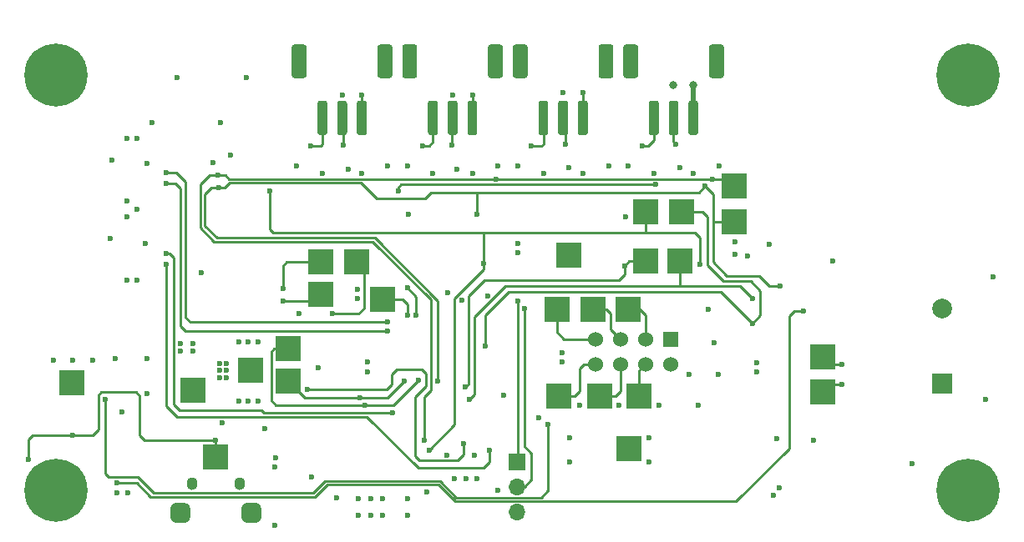
<source format=gbr>
%TF.GenerationSoftware,KiCad,Pcbnew,5.1.9-73d0e3b20d~88~ubuntu20.04.1*%
%TF.CreationDate,2021-03-25T20:20:19-05:00*%
%TF.ProjectId,DroneController,44726f6e-6543-46f6-9e74-726f6c6c6572,rev?*%
%TF.SameCoordinates,Original*%
%TF.FileFunction,Copper,L4,Bot*%
%TF.FilePolarity,Positive*%
%FSLAX46Y46*%
G04 Gerber Fmt 4.6, Leading zero omitted, Abs format (unit mm)*
G04 Created by KiCad (PCBNEW 5.1.9-73d0e3b20d~88~ubuntu20.04.1) date 2021-03-25 20:20:19*
%MOMM*%
%LPD*%
G01*
G04 APERTURE LIST*
%TA.AperFunction,SMDPad,CuDef*%
%ADD10R,2.500000X2.500000*%
%TD*%
%TA.AperFunction,ComponentPad*%
%ADD11O,1.700000X1.700000*%
%TD*%
%TA.AperFunction,ComponentPad*%
%ADD12R,1.700000X1.700000*%
%TD*%
%TA.AperFunction,ComponentPad*%
%ADD13O,1.100000X1.300000*%
%TD*%
%TA.AperFunction,ComponentPad*%
%ADD14C,1.524000*%
%TD*%
%TA.AperFunction,ComponentPad*%
%ADD15R,1.524000X1.524000*%
%TD*%
%TA.AperFunction,ComponentPad*%
%ADD16C,0.800000*%
%TD*%
%TA.AperFunction,ComponentPad*%
%ADD17C,6.400000*%
%TD*%
%TA.AperFunction,ComponentPad*%
%ADD18C,2.000000*%
%TD*%
%TA.AperFunction,ComponentPad*%
%ADD19R,2.000000X2.000000*%
%TD*%
%TA.AperFunction,ViaPad*%
%ADD20C,0.600000*%
%TD*%
%TA.AperFunction,ViaPad*%
%ADD21C,0.800000*%
%TD*%
%TA.AperFunction,Conductor*%
%ADD22C,0.500000*%
%TD*%
%TA.AperFunction,Conductor*%
%ADD23C,0.250000*%
%TD*%
G04 APERTURE END LIST*
D10*
%TO.P,TP26,1*%
%TO.N,+3V3*%
X133500000Y-113800000D03*
%TD*%
%TO.P,TP25,1*%
%TO.N,/Power Supply/vBatt*%
X127700000Y-115800000D03*
%TD*%
%TO.P,TP24,1*%
%TO.N,/Power Supply/vBatt*%
X115400000Y-115000000D03*
%TD*%
%TO.P,TP23,1*%
%TO.N,+5V*%
X130000000Y-122600000D03*
%TD*%
%TO.P,TP22,1*%
%TO.N,GND*%
X171900000Y-121700000D03*
%TD*%
%TO.P,TP21,1*%
%TO.N,/Human Machine Interface/KEY_nCS*%
X173600000Y-97700000D03*
%TD*%
%TO.P,TP20,1*%
%TO.N,/Human Machine Interface/KEY_nSAMPLE*%
X182500000Y-95100000D03*
%TD*%
%TO.P,TP19,1*%
%TO.N,/Processor/KeyOut_nCS*%
X177000000Y-102700000D03*
%TD*%
%TO.P,TP18,1*%
%TO.N,GND*%
X165800000Y-102100000D03*
%TD*%
%TO.P,TP17,1*%
%TO.N,/Human Machine Interface/KEY_MISO*%
X173600000Y-102700000D03*
%TD*%
%TO.P,TP16,1*%
%TO.N,/Processor/KEY_MOSI*%
X177200000Y-97700000D03*
%TD*%
%TO.P,TP15,1*%
%TO.N,/Human Machine Interface/KEY_SCK*%
X182500000Y-98700000D03*
%TD*%
%TO.P,TP14,1*%
%TO.N,/Processor/RF24_nIRQ*%
X164800000Y-116400000D03*
%TD*%
%TO.P,TP13,1*%
%TO.N,/Processor/RF24_CE*%
X171800000Y-107600000D03*
%TD*%
%TO.P,TP12,1*%
%TO.N,/Processor/RF24_nCS*%
X172900000Y-116400000D03*
%TD*%
%TO.P,TP11,1*%
%TO.N,/Wireless/BT_TX*%
X191500000Y-116000000D03*
%TD*%
%TO.P,TP10,1*%
%TO.N,/Processor/RF24_MISO*%
X164600000Y-107600000D03*
%TD*%
%TO.P,TP9,1*%
%TO.N,/Wireless/BT_RX*%
X191500000Y-112400000D03*
%TD*%
%TO.P,TP8,1*%
%TO.N,/Processor/RF24_MOSI*%
X168900000Y-116400000D03*
%TD*%
%TO.P,TP7,1*%
%TO.N,/Processor/RF24_SCK*%
X168200000Y-107600000D03*
%TD*%
%TO.P,TP6,1*%
%TO.N,/Processor/NOR_nCS*%
X140600000Y-102800000D03*
%TD*%
%TO.P,TP5,1*%
%TO.N,/Processor/EEPROM_SCL*%
X137300000Y-114900000D03*
%TD*%
%TO.P,TP4,1*%
%TO.N,/Processor/NOR_MISO*%
X140600000Y-106100000D03*
%TD*%
%TO.P,TP3,1*%
%TO.N,/Processor/EEPROM_SDA*%
X137300000Y-111600000D03*
%TD*%
%TO.P,TP2,1*%
%TO.N,/Processor/NOR_MOSI*%
X146900000Y-106600000D03*
%TD*%
%TO.P,TP1,1*%
%TO.N,/Processor/NOR_SCK*%
X144300000Y-102800000D03*
%TD*%
D11*
%TO.P,J1,3*%
%TO.N,GND*%
X160500000Y-128180000D03*
%TO.P,J1,2*%
%TO.N,/Processor/DBG_UART_RX*%
X160500000Y-125640000D03*
D12*
%TO.P,J1,1*%
%TO.N,/Processor/DBG_UART_TX*%
X160500000Y-123100000D03*
%TD*%
D13*
%TO.P,J2,5*%
%TO.N,GND*%
X132400000Y-125250000D03*
X127600000Y-125250000D03*
%TA.AperFunction,ComponentPad*%
G36*
G01*
X132600000Y-128750000D02*
X132600000Y-127750000D01*
G75*
G02*
X133100000Y-127250000I500000J0D01*
G01*
X134100000Y-127250000D01*
G75*
G02*
X134600000Y-127750000I0J-500000D01*
G01*
X134600000Y-128750000D01*
G75*
G02*
X134100000Y-129250000I-500000J0D01*
G01*
X133100000Y-129250000D01*
G75*
G02*
X132600000Y-128750000I0J500000D01*
G01*
G37*
%TD.AperFunction*%
%TA.AperFunction,ComponentPad*%
G36*
G01*
X125400000Y-128750000D02*
X125400000Y-127750000D01*
G75*
G02*
X125900000Y-127250000I500000J0D01*
G01*
X126900000Y-127250000D01*
G75*
G02*
X127400000Y-127750000I0J-500000D01*
G01*
X127400000Y-128750000D01*
G75*
G02*
X126900000Y-129250000I-500000J0D01*
G01*
X125900000Y-129250000D01*
G75*
G02*
X125400000Y-128750000I0J500000D01*
G01*
G37*
%TD.AperFunction*%
%TD*%
D14*
%TO.P,U6,8*%
%TO.N,/Processor/RF24_nIRQ*%
X168480000Y-113140000D03*
%TO.P,U6,7*%
%TO.N,/Processor/RF24_MISO*%
X168480000Y-110600000D03*
%TO.P,U6,6*%
%TO.N,/Processor/RF24_MOSI*%
X171020000Y-113140000D03*
%TO.P,U6,5*%
%TO.N,/Processor/RF24_SCK*%
X171020000Y-110600000D03*
%TO.P,U6,4*%
%TO.N,/Processor/RF24_nCS*%
X173560000Y-113140000D03*
%TO.P,U6,3*%
%TO.N,/Processor/RF24_CE*%
X173560000Y-110600000D03*
%TO.P,U6,2*%
%TO.N,Net-(C34-Pad1)*%
X176100000Y-113140000D03*
D15*
%TO.P,U6,1*%
%TO.N,GND*%
X176100000Y-110600000D03*
%TD*%
D16*
%TO.P,H4,1*%
%TO.N,GND*%
X207945056Y-124286944D03*
X206248000Y-123584000D03*
X204550944Y-124286944D03*
X203848000Y-125984000D03*
X204550944Y-127681056D03*
X206248000Y-128384000D03*
X207945056Y-127681056D03*
X208648000Y-125984000D03*
D17*
X206248000Y-125984000D03*
%TD*%
D16*
%TO.P,H3,1*%
%TO.N,GND*%
X207945056Y-82122944D03*
X206248000Y-81420000D03*
X204550944Y-82122944D03*
X203848000Y-83820000D03*
X204550944Y-85517056D03*
X206248000Y-86220000D03*
X207945056Y-85517056D03*
X208648000Y-83820000D03*
D17*
X206248000Y-83820000D03*
%TD*%
D16*
%TO.P,H2,1*%
%TO.N,GND*%
X115489056Y-124286944D03*
X113792000Y-123584000D03*
X112094944Y-124286944D03*
X111392000Y-125984000D03*
X112094944Y-127681056D03*
X113792000Y-128384000D03*
X115489056Y-127681056D03*
X116192000Y-125984000D03*
D17*
X113792000Y-125984000D03*
%TD*%
D16*
%TO.P,H1,1*%
%TO.N,GND*%
X115489056Y-82122944D03*
X113792000Y-81420000D03*
X112094944Y-82122944D03*
X111392000Y-83820000D03*
X112094944Y-85517056D03*
X113792000Y-86220000D03*
X115489056Y-85517056D03*
X116192000Y-83820000D03*
D17*
X113792000Y-83820000D03*
%TD*%
%TO.P,J14,MP*%
%TO.N,N/C*%
%TA.AperFunction,SMDPad,CuDef*%
G36*
G01*
X146400000Y-83850000D02*
X146400000Y-80950000D01*
G75*
G02*
X146650000Y-80700000I250000J0D01*
G01*
X147650000Y-80700000D01*
G75*
G02*
X147900000Y-80950000I0J-250000D01*
G01*
X147900000Y-83850000D01*
G75*
G02*
X147650000Y-84100000I-250000J0D01*
G01*
X146650000Y-84100000D01*
G75*
G02*
X146400000Y-83850000I0J250000D01*
G01*
G37*
%TD.AperFunction*%
%TA.AperFunction,SMDPad,CuDef*%
G36*
G01*
X137700000Y-83850000D02*
X137700000Y-80950000D01*
G75*
G02*
X137950000Y-80700000I250000J0D01*
G01*
X138950000Y-80700000D01*
G75*
G02*
X139200000Y-80950000I0J-250000D01*
G01*
X139200000Y-83850000D01*
G75*
G02*
X138950000Y-84100000I-250000J0D01*
G01*
X137950000Y-84100000D01*
G75*
G02*
X137700000Y-83850000I0J250000D01*
G01*
G37*
%TD.AperFunction*%
%TO.P,J14,3*%
%TO.N,GND*%
%TA.AperFunction,SMDPad,CuDef*%
G36*
G01*
X144300000Y-89650000D02*
X144300000Y-86650000D01*
G75*
G02*
X144550000Y-86400000I250000J0D01*
G01*
X145050000Y-86400000D01*
G75*
G02*
X145300000Y-86650000I0J-250000D01*
G01*
X145300000Y-89650000D01*
G75*
G02*
X145050000Y-89900000I-250000J0D01*
G01*
X144550000Y-89900000D01*
G75*
G02*
X144300000Y-89650000I0J250000D01*
G01*
G37*
%TD.AperFunction*%
%TO.P,J14,2*%
%TO.N,Net-(C20-Pad1)*%
%TA.AperFunction,SMDPad,CuDef*%
G36*
G01*
X142300000Y-89650000D02*
X142300000Y-86650000D01*
G75*
G02*
X142550000Y-86400000I250000J0D01*
G01*
X143050000Y-86400000D01*
G75*
G02*
X143300000Y-86650000I0J-250000D01*
G01*
X143300000Y-89650000D01*
G75*
G02*
X143050000Y-89900000I-250000J0D01*
G01*
X142550000Y-89900000D01*
G75*
G02*
X142300000Y-89650000I0J250000D01*
G01*
G37*
%TD.AperFunction*%
%TO.P,J14,1*%
%TO.N,Net-(J14-Pad1)*%
%TA.AperFunction,SMDPad,CuDef*%
G36*
G01*
X140300000Y-89650000D02*
X140300000Y-86650000D01*
G75*
G02*
X140550000Y-86400000I250000J0D01*
G01*
X141050000Y-86400000D01*
G75*
G02*
X141300000Y-86650000I0J-250000D01*
G01*
X141300000Y-89650000D01*
G75*
G02*
X141050000Y-89900000I-250000J0D01*
G01*
X140550000Y-89900000D01*
G75*
G02*
X140300000Y-89650000I0J250000D01*
G01*
G37*
%TD.AperFunction*%
%TD*%
%TO.P,J12,MP*%
%TO.N,N/C*%
%TA.AperFunction,SMDPad,CuDef*%
G36*
G01*
X157600000Y-83850000D02*
X157600000Y-80950000D01*
G75*
G02*
X157850000Y-80700000I250000J0D01*
G01*
X158850000Y-80700000D01*
G75*
G02*
X159100000Y-80950000I0J-250000D01*
G01*
X159100000Y-83850000D01*
G75*
G02*
X158850000Y-84100000I-250000J0D01*
G01*
X157850000Y-84100000D01*
G75*
G02*
X157600000Y-83850000I0J250000D01*
G01*
G37*
%TD.AperFunction*%
%TA.AperFunction,SMDPad,CuDef*%
G36*
G01*
X148900000Y-83850000D02*
X148900000Y-80950000D01*
G75*
G02*
X149150000Y-80700000I250000J0D01*
G01*
X150150000Y-80700000D01*
G75*
G02*
X150400000Y-80950000I0J-250000D01*
G01*
X150400000Y-83850000D01*
G75*
G02*
X150150000Y-84100000I-250000J0D01*
G01*
X149150000Y-84100000D01*
G75*
G02*
X148900000Y-83850000I0J250000D01*
G01*
G37*
%TD.AperFunction*%
%TO.P,J12,3*%
%TO.N,GND*%
%TA.AperFunction,SMDPad,CuDef*%
G36*
G01*
X155500000Y-89650000D02*
X155500000Y-86650000D01*
G75*
G02*
X155750000Y-86400000I250000J0D01*
G01*
X156250000Y-86400000D01*
G75*
G02*
X156500000Y-86650000I0J-250000D01*
G01*
X156500000Y-89650000D01*
G75*
G02*
X156250000Y-89900000I-250000J0D01*
G01*
X155750000Y-89900000D01*
G75*
G02*
X155500000Y-89650000I0J250000D01*
G01*
G37*
%TD.AperFunction*%
%TO.P,J12,2*%
%TO.N,Net-(C17-Pad1)*%
%TA.AperFunction,SMDPad,CuDef*%
G36*
G01*
X153500000Y-89650000D02*
X153500000Y-86650000D01*
G75*
G02*
X153750000Y-86400000I250000J0D01*
G01*
X154250000Y-86400000D01*
G75*
G02*
X154500000Y-86650000I0J-250000D01*
G01*
X154500000Y-89650000D01*
G75*
G02*
X154250000Y-89900000I-250000J0D01*
G01*
X153750000Y-89900000D01*
G75*
G02*
X153500000Y-89650000I0J250000D01*
G01*
G37*
%TD.AperFunction*%
%TO.P,J12,1*%
%TO.N,Net-(J12-Pad1)*%
%TA.AperFunction,SMDPad,CuDef*%
G36*
G01*
X151500000Y-89650000D02*
X151500000Y-86650000D01*
G75*
G02*
X151750000Y-86400000I250000J0D01*
G01*
X152250000Y-86400000D01*
G75*
G02*
X152500000Y-86650000I0J-250000D01*
G01*
X152500000Y-89650000D01*
G75*
G02*
X152250000Y-89900000I-250000J0D01*
G01*
X151750000Y-89900000D01*
G75*
G02*
X151500000Y-89650000I0J250000D01*
G01*
G37*
%TD.AperFunction*%
%TD*%
%TO.P,J10,MP*%
%TO.N,N/C*%
%TA.AperFunction,SMDPad,CuDef*%
G36*
G01*
X168800000Y-83850000D02*
X168800000Y-80950000D01*
G75*
G02*
X169050000Y-80700000I250000J0D01*
G01*
X170050000Y-80700000D01*
G75*
G02*
X170300000Y-80950000I0J-250000D01*
G01*
X170300000Y-83850000D01*
G75*
G02*
X170050000Y-84100000I-250000J0D01*
G01*
X169050000Y-84100000D01*
G75*
G02*
X168800000Y-83850000I0J250000D01*
G01*
G37*
%TD.AperFunction*%
%TA.AperFunction,SMDPad,CuDef*%
G36*
G01*
X160100000Y-83850000D02*
X160100000Y-80950000D01*
G75*
G02*
X160350000Y-80700000I250000J0D01*
G01*
X161350000Y-80700000D01*
G75*
G02*
X161600000Y-80950000I0J-250000D01*
G01*
X161600000Y-83850000D01*
G75*
G02*
X161350000Y-84100000I-250000J0D01*
G01*
X160350000Y-84100000D01*
G75*
G02*
X160100000Y-83850000I0J250000D01*
G01*
G37*
%TD.AperFunction*%
%TO.P,J10,3*%
%TO.N,GND*%
%TA.AperFunction,SMDPad,CuDef*%
G36*
G01*
X166700000Y-89650000D02*
X166700000Y-86650000D01*
G75*
G02*
X166950000Y-86400000I250000J0D01*
G01*
X167450000Y-86400000D01*
G75*
G02*
X167700000Y-86650000I0J-250000D01*
G01*
X167700000Y-89650000D01*
G75*
G02*
X167450000Y-89900000I-250000J0D01*
G01*
X166950000Y-89900000D01*
G75*
G02*
X166700000Y-89650000I0J250000D01*
G01*
G37*
%TD.AperFunction*%
%TO.P,J10,2*%
%TO.N,Net-(C14-Pad1)*%
%TA.AperFunction,SMDPad,CuDef*%
G36*
G01*
X164700000Y-89650000D02*
X164700000Y-86650000D01*
G75*
G02*
X164950000Y-86400000I250000J0D01*
G01*
X165450000Y-86400000D01*
G75*
G02*
X165700000Y-86650000I0J-250000D01*
G01*
X165700000Y-89650000D01*
G75*
G02*
X165450000Y-89900000I-250000J0D01*
G01*
X164950000Y-89900000D01*
G75*
G02*
X164700000Y-89650000I0J250000D01*
G01*
G37*
%TD.AperFunction*%
%TO.P,J10,1*%
%TO.N,Net-(J10-Pad1)*%
%TA.AperFunction,SMDPad,CuDef*%
G36*
G01*
X162700000Y-89650000D02*
X162700000Y-86650000D01*
G75*
G02*
X162950000Y-86400000I250000J0D01*
G01*
X163450000Y-86400000D01*
G75*
G02*
X163700000Y-86650000I0J-250000D01*
G01*
X163700000Y-89650000D01*
G75*
G02*
X163450000Y-89900000I-250000J0D01*
G01*
X162950000Y-89900000D01*
G75*
G02*
X162700000Y-89650000I0J250000D01*
G01*
G37*
%TD.AperFunction*%
%TD*%
%TO.P,J8,MP*%
%TO.N,N/C*%
%TA.AperFunction,SMDPad,CuDef*%
G36*
G01*
X180000000Y-83850000D02*
X180000000Y-80950000D01*
G75*
G02*
X180250000Y-80700000I250000J0D01*
G01*
X181250000Y-80700000D01*
G75*
G02*
X181500000Y-80950000I0J-250000D01*
G01*
X181500000Y-83850000D01*
G75*
G02*
X181250000Y-84100000I-250000J0D01*
G01*
X180250000Y-84100000D01*
G75*
G02*
X180000000Y-83850000I0J250000D01*
G01*
G37*
%TD.AperFunction*%
%TA.AperFunction,SMDPad,CuDef*%
G36*
G01*
X171300000Y-83850000D02*
X171300000Y-80950000D01*
G75*
G02*
X171550000Y-80700000I250000J0D01*
G01*
X172550000Y-80700000D01*
G75*
G02*
X172800000Y-80950000I0J-250000D01*
G01*
X172800000Y-83850000D01*
G75*
G02*
X172550000Y-84100000I-250000J0D01*
G01*
X171550000Y-84100000D01*
G75*
G02*
X171300000Y-83850000I0J250000D01*
G01*
G37*
%TD.AperFunction*%
%TO.P,J8,3*%
%TO.N,GND*%
%TA.AperFunction,SMDPad,CuDef*%
G36*
G01*
X177900000Y-89650000D02*
X177900000Y-86650000D01*
G75*
G02*
X178150000Y-86400000I250000J0D01*
G01*
X178650000Y-86400000D01*
G75*
G02*
X178900000Y-86650000I0J-250000D01*
G01*
X178900000Y-89650000D01*
G75*
G02*
X178650000Y-89900000I-250000J0D01*
G01*
X178150000Y-89900000D01*
G75*
G02*
X177900000Y-89650000I0J250000D01*
G01*
G37*
%TD.AperFunction*%
%TO.P,J8,2*%
%TO.N,Net-(C11-Pad1)*%
%TA.AperFunction,SMDPad,CuDef*%
G36*
G01*
X175900000Y-89650000D02*
X175900000Y-86650000D01*
G75*
G02*
X176150000Y-86400000I250000J0D01*
G01*
X176650000Y-86400000D01*
G75*
G02*
X176900000Y-86650000I0J-250000D01*
G01*
X176900000Y-89650000D01*
G75*
G02*
X176650000Y-89900000I-250000J0D01*
G01*
X176150000Y-89900000D01*
G75*
G02*
X175900000Y-89650000I0J250000D01*
G01*
G37*
%TD.AperFunction*%
%TO.P,J8,1*%
%TO.N,Net-(J8-Pad1)*%
%TA.AperFunction,SMDPad,CuDef*%
G36*
G01*
X173900000Y-89650000D02*
X173900000Y-86650000D01*
G75*
G02*
X174150000Y-86400000I250000J0D01*
G01*
X174650000Y-86400000D01*
G75*
G02*
X174900000Y-86650000I0J-250000D01*
G01*
X174900000Y-89650000D01*
G75*
G02*
X174650000Y-89900000I-250000J0D01*
G01*
X174150000Y-89900000D01*
G75*
G02*
X173900000Y-89650000I0J250000D01*
G01*
G37*
%TD.AperFunction*%
%TD*%
D18*
%TO.P,BZ1,2*%
%TO.N,Net-(BZ1-Pad2)*%
X203600000Y-107500000D03*
D19*
%TO.P,BZ1,1*%
%TO.N,+3V3*%
X203600000Y-115100000D03*
%TD*%
D20*
%TO.N,+3V3*%
X133400000Y-113800000D03*
X173900000Y-120600000D03*
X173900000Y-123100000D03*
X165900000Y-123100000D03*
X165900000Y-120600000D03*
X144400000Y-126800000D03*
X144400000Y-128500000D03*
X132300000Y-116900000D03*
X133300000Y-116900000D03*
X134300000Y-116900000D03*
X133300000Y-110900000D03*
X132300000Y-110900000D03*
X134300000Y-110900000D03*
X171800000Y-93000000D03*
X181000000Y-93000000D03*
X169800000Y-93000000D03*
X160600000Y-93000000D03*
X158600000Y-93000000D03*
X149400000Y-93000000D03*
X147400000Y-93000000D03*
X138200000Y-93000000D03*
X121000000Y-96600000D03*
X122000000Y-104600000D03*
X156200000Y-122400000D03*
X153400000Y-122400000D03*
X155400000Y-124800000D03*
X135990000Y-123610000D03*
X145400000Y-113900000D03*
X130600000Y-119100000D03*
X186550000Y-126450000D03*
X122000000Y-90200000D03*
X119300000Y-100400000D03*
X121000000Y-98200000D03*
X119500000Y-92400000D03*
X130400000Y-113800000D03*
X130400000Y-113100000D03*
X130400000Y-114500000D03*
X131100000Y-113100000D03*
X131100000Y-113800000D03*
X131100000Y-114500000D03*
X144380000Y-105520000D03*
X179900000Y-107600000D03*
X154900000Y-106680000D03*
X184820000Y-113020000D03*
X130490000Y-88590000D03*
X123500000Y-88600004D03*
X131480000Y-91920000D03*
X160600000Y-101800000D03*
X162700000Y-118600000D03*
X183914167Y-102185831D03*
X182599994Y-102000000D03*
X165100002Y-112000000D03*
%TO.N,GND*%
X165700000Y-102100000D03*
X164900000Y-101200000D03*
X164900000Y-103000000D03*
X166700000Y-103000000D03*
X166700000Y-101200000D03*
X171900000Y-122600000D03*
X149400000Y-126800000D03*
X149400000Y-128500000D03*
X146900000Y-128500000D03*
X146900000Y-126800000D03*
X145700000Y-128500000D03*
X145700000Y-126800000D03*
X126450000Y-111850000D03*
X126450000Y-111100000D03*
X127700000Y-111100000D03*
X127700000Y-111850000D03*
X113500000Y-112750000D03*
X115500000Y-112750000D03*
X117500000Y-112750000D03*
X120480000Y-117980000D03*
X123000000Y-112600000D03*
X123000000Y-116100000D03*
X177000000Y-93200000D03*
X178400000Y-93800000D03*
X174400000Y-93800000D03*
D21*
X176400000Y-84800000D03*
X178400000Y-84800000D03*
D20*
X165800000Y-93200000D03*
X167200000Y-93800000D03*
X163200000Y-93800000D03*
X167200000Y-85600000D03*
X165200000Y-85600000D03*
X154000000Y-85800000D03*
X142800000Y-85800000D03*
X156000000Y-85800000D03*
X144800000Y-85800000D03*
X152000000Y-93800000D03*
X154400000Y-93400000D03*
X156000000Y-93800000D03*
X143400000Y-93400000D03*
X144800000Y-93800000D03*
X140800000Y-93800000D03*
X121000000Y-104600000D03*
X208000000Y-116700000D03*
X156500000Y-124800000D03*
X154200000Y-124800000D03*
X139665004Y-124565004D03*
X142200000Y-126700000D03*
X135990000Y-129490000D03*
X151400000Y-126100000D03*
X158600000Y-126000000D03*
X145400000Y-112900000D03*
X136020000Y-122620000D03*
X135000000Y-119700000D03*
X159200000Y-116300000D03*
X166900000Y-117300000D03*
X170900000Y-117300000D03*
X174900000Y-117300000D03*
X178900000Y-117300000D03*
X186900000Y-120700000D03*
X190550000Y-120850000D03*
X187100000Y-125700000D03*
X200550000Y-123250000D03*
X121000000Y-90200000D03*
X122000000Y-97400000D03*
X122880000Y-100920000D03*
X123000000Y-92800000D03*
X144380000Y-106480000D03*
X138400000Y-108000000D03*
X153500000Y-105900000D03*
X180900000Y-114200000D03*
X178000000Y-114200000D03*
X157584990Y-106200000D03*
X184820000Y-113980000D03*
X119795408Y-112595408D03*
X140375000Y-113525000D03*
X133075000Y-84025000D03*
X126075000Y-84024996D03*
X128500000Y-103900000D03*
X129700000Y-92700000D03*
X208787500Y-104287500D03*
X160580000Y-100920000D03*
X149555000Y-97955000D03*
X171500000Y-98199994D03*
X192545000Y-102655000D03*
X186110000Y-100990000D03*
X180500000Y-111000000D03*
X171900000Y-120800000D03*
X171900000Y-121700000D03*
X182640914Y-100769989D03*
X165100000Y-112900000D03*
%TO.N,Net-(C11-Pad1)*%
X176600000Y-90800000D03*
%TO.N,Net-(C14-Pad1)*%
X165400000Y-90800000D03*
%TO.N,Net-(C17-Pad1)*%
X153910000Y-90890000D03*
%TO.N,Net-(C20-Pad1)*%
X142890000Y-90910000D03*
%TO.N,/Human Machine Interface/nRESET*%
X155100000Y-121200000D03*
X139300000Y-115700000D03*
%TO.N,+5V*%
X130000000Y-120900000D03*
%TO.N,/Power Supply/vBatt*%
X114700000Y-114700000D03*
X115525000Y-114725000D03*
X116300000Y-114700000D03*
%TO.N,/Processor/VSense_Batt*%
X118760000Y-116760000D03*
%TO.N,/Processor/DBG_UART_RX*%
X161300000Y-107500000D03*
%TO.N,/Processor/DBG_UART_TX*%
X160600000Y-106700000D03*
%TO.N,Net-(J8-Pad1)*%
X173200000Y-91000000D03*
%TO.N,Net-(J10-Pad1)*%
X162000000Y-91000000D03*
%TO.N,Net-(J12-Pad1)*%
X151000000Y-91000000D03*
%TO.N,Net-(J14-Pad1)*%
X139600000Y-91000000D03*
%TO.N,/Human Machine Interface/ENC1_A*%
X147400000Y-108900000D03*
X125000000Y-93700000D03*
%TO.N,/Human Machine Interface/ENC1_B*%
X147400000Y-109800000D03*
X125000000Y-94800000D03*
%TO.N,/Human Machine Interface/ENC0_A*%
X125000000Y-101900000D03*
X147900000Y-118100000D03*
%TO.N,/Human Machine Interface/ENC0_B*%
X125000000Y-103000000D03*
X157700000Y-121899998D03*
%TO.N,/Processor/EEPROM_SDA*%
X145100000Y-117300000D03*
X150500000Y-114800000D03*
%TO.N,/Processor/EEPROM_SCL*%
X149100000Y-114900000D03*
X144600000Y-116600000D03*
%TO.N,GND*%
X119990000Y-126210000D03*
X121110000Y-126210000D03*
%TO.N,/Human Machine Interface/KEY_nCS*%
X151600000Y-121900000D03*
X135500000Y-95600000D03*
X157175003Y-102925003D03*
X179075000Y-103025000D03*
%TO.N,Net-(U1-Pad10)*%
X148500000Y-95600000D03*
X174600000Y-94900000D03*
%TO.N,/Human Machine Interface/KEY_MISO*%
X155300000Y-115500000D03*
X171455004Y-103155004D03*
%TO.N,/Human Machine Interface/KEY_SCK*%
X152500000Y-114900000D03*
X130275000Y-95225000D03*
X179600000Y-95100000D03*
X156500000Y-97900000D03*
X187195000Y-105195000D03*
%TO.N,/Human Machine Interface/KEY_nSAMPLE*%
X151100000Y-120900000D03*
X130255000Y-93955000D03*
X180345000Y-94345000D03*
X158445000Y-94344996D03*
%TO.N,/Processor/NOR_SCK*%
X141775000Y-108034998D03*
%TO.N,/Processor/NOR_MOSI*%
X149400000Y-108200000D03*
%TO.N,/Processor/NOR_MISO*%
X136825000Y-106765000D03*
%TO.N,/Processor/NOR_nCS*%
X136825000Y-105495000D03*
%TO.N,/Processor/KEY_MOSI*%
X184400000Y-109000000D03*
X157300000Y-111300000D03*
%TO.N,/Processor/KeyOut_nCS*%
X155700000Y-116700000D03*
X184400000Y-106500000D03*
%TO.N,/Wireless/BT_TX*%
X193500000Y-115200000D03*
%TO.N,/Wireless/BT_RX*%
X193487500Y-113200000D03*
%TO.N,/Power Supply/vBatt*%
X127800000Y-115700000D03*
X127800000Y-116600000D03*
%TO.N,+5V*%
X110990000Y-122790000D03*
X115500000Y-120400000D03*
%TO.N,/Power Supply/vBatt*%
X127050000Y-116150000D03*
%TO.N,/Power Supply/CHG_nEN*%
X189535000Y-107735000D03*
X120000000Y-125200000D03*
%TO.N,Net-(R92-Pad2)*%
X149400000Y-105400000D03*
X150300000Y-108200000D03*
%TO.N,/Processor/VSense_Batt*%
X163700000Y-119300000D03*
%TD*%
D22*
%TO.N,GND*%
X178400000Y-88150000D02*
X178400000Y-84800000D01*
X178400000Y-84800000D02*
X178400000Y-84800000D01*
D23*
X167200000Y-88150000D02*
X167200000Y-85600000D01*
X156000000Y-88150000D02*
X156000000Y-85800000D01*
X144800000Y-88150000D02*
X144800000Y-85800000D01*
%TO.N,Net-(C11-Pad1)*%
X176400000Y-90600000D02*
X176400000Y-88150000D01*
X176600000Y-90800000D02*
X176400000Y-90600000D01*
%TO.N,Net-(C14-Pad1)*%
X165400000Y-88350000D02*
X165200000Y-88150000D01*
X165400000Y-90800000D02*
X165400000Y-88350000D01*
%TO.N,Net-(C17-Pad1)*%
X153910000Y-88240000D02*
X154000000Y-88150000D01*
X153910000Y-90890000D02*
X153910000Y-88240000D01*
%TO.N,Net-(C20-Pad1)*%
X142890000Y-88240000D02*
X142800000Y-88150000D01*
X142890000Y-90910000D02*
X142890000Y-88240000D01*
%TO.N,/Human Machine Interface/nRESET*%
X155100000Y-121200000D02*
X155100000Y-122300000D01*
X154484999Y-122915001D02*
X150615001Y-122915001D01*
X155100000Y-122300000D02*
X154484999Y-122915001D01*
X150615001Y-122915001D02*
X150200000Y-122500000D01*
X150200000Y-122500000D02*
X150200000Y-116500000D01*
X150200000Y-116500000D02*
X151300000Y-115400000D01*
X151300000Y-115400000D02*
X151300000Y-114100000D01*
X151300000Y-114100000D02*
X150900000Y-113700000D01*
X150900000Y-113700000D02*
X148300000Y-113700000D01*
X148300000Y-113700000D02*
X147800000Y-114200000D01*
X147800000Y-114200000D02*
X147800000Y-115200000D01*
X147800000Y-115200000D02*
X147300000Y-115700000D01*
X147300000Y-115700000D02*
X139300000Y-115700000D01*
%TO.N,+5V*%
X130000000Y-122600000D02*
X130000000Y-120900000D01*
%TO.N,/Processor/DBG_UART_RX*%
X162000000Y-124900000D02*
X161260000Y-125640000D01*
X161260000Y-125640000D02*
X160500000Y-125640000D01*
X162000000Y-122200000D02*
X162000000Y-124900000D01*
X161300000Y-121500000D02*
X162000000Y-122200000D01*
X161300000Y-107500000D02*
X161300000Y-121500000D01*
%TO.N,/Processor/DBG_UART_TX*%
X160615001Y-106715001D02*
X160600000Y-106700000D01*
X160615001Y-122984999D02*
X160615001Y-106715001D01*
X160500000Y-123100000D02*
X160615001Y-122984999D01*
%TO.N,Net-(J8-Pad1)*%
X174400000Y-88150000D02*
X174400000Y-90400000D01*
X174400000Y-90400000D02*
X173800000Y-91000000D01*
X173800000Y-91000000D02*
X173200000Y-91000000D01*
%TO.N,Net-(J10-Pad1)*%
X163200000Y-88150000D02*
X163200000Y-90800000D01*
X163200000Y-90800000D02*
X163000000Y-91000000D01*
X163000000Y-91000000D02*
X162000000Y-91000000D01*
%TO.N,Net-(J12-Pad1)*%
X151600000Y-91000000D02*
X151000000Y-91000000D01*
X152000000Y-90600000D02*
X151600000Y-91000000D01*
X152000000Y-88150000D02*
X152000000Y-90600000D01*
%TO.N,Net-(J14-Pad1)*%
X139600000Y-91000000D02*
X140600000Y-91000000D01*
X140800000Y-90800000D02*
X140800000Y-88150000D01*
X140600000Y-91000000D02*
X140800000Y-90800000D01*
%TO.N,/Human Machine Interface/ENC1_A*%
X126000000Y-93700000D02*
X125000000Y-93700000D01*
X126900000Y-94600000D02*
X126000000Y-93700000D01*
X126900000Y-108400000D02*
X126900000Y-94600000D01*
X127400000Y-108900000D02*
X126900000Y-108400000D01*
X147400000Y-108900000D02*
X127400000Y-108900000D01*
%TO.N,/Human Machine Interface/ENC1_B*%
X126400000Y-95300000D02*
X125900000Y-94800000D01*
X125900000Y-94800000D02*
X125000000Y-94800000D01*
X126400000Y-109300000D02*
X126400000Y-95300000D01*
X126900000Y-109800000D02*
X126400000Y-109300000D01*
X147400000Y-109800000D02*
X126900000Y-109800000D01*
%TO.N,/Human Machine Interface/ENC0_A*%
X125300000Y-101900000D02*
X125000000Y-101900000D01*
X126300000Y-117800000D02*
X125700000Y-117200000D01*
X134900000Y-118100000D02*
X134600000Y-117800000D01*
X125700000Y-102300000D02*
X125300000Y-101900000D01*
X125700000Y-117200000D02*
X125700000Y-102300000D01*
X134600000Y-117800000D02*
X126300000Y-117800000D01*
X147900000Y-118100000D02*
X134900000Y-118100000D01*
%TO.N,/Human Machine Interface/ENC0_B*%
X157700000Y-123100000D02*
X157700000Y-121899998D01*
X157100000Y-123700000D02*
X157700000Y-123100000D01*
X150500000Y-123700000D02*
X157100000Y-123700000D01*
X145300000Y-118500000D02*
X150500000Y-123700000D01*
X126100000Y-118500000D02*
X145300000Y-118500000D01*
X125000000Y-117400000D02*
X126100000Y-118500000D01*
X125000000Y-103000000D02*
X125000000Y-117400000D01*
%TO.N,/Processor/EEPROM_SDA*%
X148000000Y-117300000D02*
X150500000Y-114800000D01*
X145100000Y-117300000D02*
X148000000Y-117300000D01*
X137300000Y-111600000D02*
X135900000Y-111600000D01*
X135900000Y-111600000D02*
X135600000Y-111900000D01*
X135600000Y-111900000D02*
X135600000Y-116800000D01*
X136100000Y-117300000D02*
X145100000Y-117300000D01*
X135600000Y-116800000D02*
X136100000Y-117300000D01*
%TO.N,/Processor/EEPROM_SCL*%
X149100000Y-114900000D02*
X147400000Y-116600000D01*
X147400000Y-116600000D02*
X144600000Y-116600000D01*
X139000000Y-116600000D02*
X137300000Y-114900000D01*
X144600000Y-116600000D02*
X139000000Y-116600000D01*
%TO.N,/Processor/RF24_nCS*%
X172900000Y-113800000D02*
X173560000Y-113140000D01*
X172900000Y-116400000D02*
X172900000Y-113800000D01*
%TO.N,/Processor/RF24_nIRQ*%
X164800000Y-116400000D02*
X166400000Y-116400000D01*
X166400000Y-116400000D02*
X166900000Y-115900000D01*
X166900000Y-115900000D02*
X166900000Y-113600000D01*
X166900000Y-113600000D02*
X167300000Y-113200000D01*
X168420000Y-113200000D02*
X168480000Y-113140000D01*
X167300000Y-113200000D02*
X168420000Y-113200000D01*
%TO.N,/Human Machine Interface/KEY_nCS*%
X135800000Y-99800000D02*
X156600000Y-99800000D01*
X135500000Y-99500000D02*
X135800000Y-99800000D01*
X135500000Y-95600000D02*
X135500000Y-99500000D01*
X157175000Y-102925000D02*
X157175003Y-102925003D01*
X157175000Y-99800000D02*
X157175000Y-102925000D01*
X156600000Y-99800000D02*
X157175000Y-99800000D01*
X157175003Y-103524997D02*
X157175003Y-102925003D01*
X154200000Y-106500000D02*
X157175003Y-103524997D01*
X154200000Y-119300000D02*
X154200000Y-106500000D01*
X151600000Y-121900000D02*
X154200000Y-119300000D01*
X179100000Y-103000000D02*
X179075000Y-103025000D01*
X179100000Y-100300000D02*
X179100000Y-103000000D01*
X178600000Y-99800000D02*
X179100000Y-100300000D01*
X173600000Y-99700000D02*
X173700000Y-99800000D01*
X173600000Y-97700000D02*
X173600000Y-99700000D01*
X173700000Y-99800000D02*
X178600000Y-99800000D01*
X156600000Y-99800000D02*
X173700000Y-99800000D01*
%TO.N,Net-(U1-Pad10)*%
X148800000Y-94900000D02*
X174600000Y-94900000D01*
X148500000Y-95200000D02*
X148800000Y-94900000D01*
X148500000Y-95600000D02*
X148500000Y-95200000D01*
%TO.N,/Human Machine Interface/KEY_MISO*%
X171455004Y-104044996D02*
X171455004Y-103155004D01*
X170900000Y-104600000D02*
X171455004Y-104044996D01*
X157200000Y-104600000D02*
X170900000Y-104600000D01*
X155599999Y-106200001D02*
X157200000Y-104600000D01*
X155599999Y-115200001D02*
X155599999Y-106200001D01*
X155300000Y-115500000D02*
X155599999Y-115200001D01*
X171910008Y-102700000D02*
X171455004Y-103155004D01*
X173600000Y-102700000D02*
X171910008Y-102700000D01*
%TO.N,/Human Machine Interface/KEY_SCK*%
X170000000Y-95700000D02*
X179000000Y-95700000D01*
X179000000Y-95700000D02*
X179600000Y-95100000D01*
X156500000Y-97900000D02*
X156500000Y-95700000D01*
X156500000Y-95700000D02*
X170000000Y-95700000D01*
X151800000Y-95700000D02*
X156500000Y-95700000D01*
X146300000Y-96300000D02*
X151200000Y-96300000D01*
X144700000Y-94700000D02*
X146300000Y-96300000D01*
X151200000Y-96300000D02*
X151800000Y-95700000D01*
X131400000Y-94700000D02*
X144700000Y-94700000D01*
X130875000Y-95225000D02*
X131400000Y-94700000D01*
X130275000Y-95225000D02*
X130875000Y-95225000D01*
X129575000Y-95225000D02*
X130275000Y-95225000D01*
X128900000Y-95900000D02*
X129575000Y-95225000D01*
X128900000Y-99100000D02*
X128900000Y-95900000D01*
X130100000Y-100300000D02*
X128900000Y-99100000D01*
X146100000Y-100300000D02*
X130100000Y-100300000D01*
X152500000Y-106700000D02*
X146100000Y-100300000D01*
X152500000Y-114900000D02*
X152500000Y-106700000D01*
X186057202Y-105195000D02*
X187195000Y-105195000D01*
X185062202Y-104200000D02*
X186057202Y-105195000D01*
X181800000Y-104200000D02*
X185062202Y-104200000D01*
X180400000Y-102800000D02*
X181800000Y-104200000D01*
X179600000Y-95100000D02*
X180400000Y-95900000D01*
X182500000Y-98700000D02*
X180400000Y-98700000D01*
X180400000Y-98700000D02*
X180400000Y-102800000D01*
X180400000Y-95900000D02*
X180400000Y-98700000D01*
%TO.N,/Human Machine Interface/KEY_nSAMPLE*%
X180345000Y-94345000D02*
X158445004Y-94345000D01*
X158445004Y-94345000D02*
X158445000Y-94344996D01*
X158445000Y-94344996D02*
X131344996Y-94344996D01*
X130955000Y-93955000D02*
X130255000Y-93955000D01*
X131344996Y-94344996D02*
X130955000Y-93955000D01*
X129345000Y-93955000D02*
X130255000Y-93955000D01*
X128400000Y-94900000D02*
X129345000Y-93955000D01*
X128400000Y-99300000D02*
X128400000Y-94900000D01*
X129800000Y-100700000D02*
X128400000Y-99300000D01*
X145900000Y-100700000D02*
X129800000Y-100700000D01*
X151800000Y-106600000D02*
X145900000Y-100700000D01*
X151800000Y-115800000D02*
X151800000Y-106600000D01*
X151100000Y-116500000D02*
X151800000Y-115800000D01*
X151100000Y-120900000D02*
X151100000Y-116500000D01*
X181745000Y-94345000D02*
X182500000Y-95100000D01*
X180345000Y-94345000D02*
X181745000Y-94345000D01*
%TO.N,/Processor/NOR_SCK*%
X144300000Y-102800000D02*
X145000000Y-103500000D01*
X145000000Y-103500000D02*
X145000000Y-107500000D01*
X145000000Y-107500000D02*
X144465002Y-108034998D01*
X144465002Y-108034998D02*
X141775000Y-108034998D01*
%TO.N,/Processor/NOR_MOSI*%
X146900000Y-106600000D02*
X148900000Y-106600000D01*
X148900000Y-106600000D02*
X149400000Y-107100000D01*
X149400000Y-107100000D02*
X149400000Y-108200000D01*
%TO.N,/Processor/NOR_MISO*%
X136835000Y-106765000D02*
X136825000Y-106765000D01*
X139835000Y-106765000D02*
X136835000Y-106765000D01*
X140600000Y-106000000D02*
X139835000Y-106765000D01*
%TO.N,/Processor/NOR_nCS*%
X140600000Y-102800000D02*
X137200000Y-102800000D01*
X137200000Y-102800000D02*
X136800000Y-103200000D01*
X136800000Y-105470000D02*
X136825000Y-105495000D01*
X136800000Y-103200000D02*
X136800000Y-105470000D01*
%TO.N,/Processor/RF24_MISO*%
X168480000Y-110600000D02*
X165300000Y-110600000D01*
X164600000Y-109900000D02*
X164600000Y-107600000D01*
X165300000Y-110600000D02*
X164600000Y-109900000D01*
%TO.N,/Processor/RF24_MOSI*%
X168900000Y-116400000D02*
X170500000Y-116400000D01*
X171020000Y-115880000D02*
X171020000Y-113140000D01*
X170500000Y-116400000D02*
X171020000Y-115880000D01*
%TO.N,/Processor/RF24_SCK*%
X168200000Y-107600000D02*
X169600000Y-107600000D01*
X169600000Y-107600000D02*
X170000000Y-108000000D01*
X170000000Y-109580000D02*
X171020000Y-110600000D01*
X170000000Y-108000000D02*
X170000000Y-109580000D01*
%TO.N,/Processor/RF24_CE*%
X171800000Y-107600000D02*
X173000000Y-107600000D01*
X173560000Y-108160000D02*
X173560000Y-110600000D01*
X173000000Y-107600000D02*
X173560000Y-108160000D01*
%TO.N,/Processor/KEY_MOSI*%
X157300000Y-108200000D02*
X157300000Y-111300000D01*
X181200000Y-105800000D02*
X159700000Y-105800000D01*
X184400000Y-109000000D02*
X181200000Y-105800000D01*
X159700000Y-105800000D02*
X157300000Y-108200000D01*
X185200000Y-108200000D02*
X184400000Y-109000000D01*
X185200000Y-105700000D02*
X185200000Y-108200000D01*
X184200000Y-104700000D02*
X185200000Y-105700000D01*
X179800000Y-103100000D02*
X181400000Y-104700000D01*
X179800000Y-98200000D02*
X179800000Y-103100000D01*
X179300000Y-97700000D02*
X179800000Y-98200000D01*
X181400000Y-104700000D02*
X184200000Y-104700000D01*
X177200000Y-97700000D02*
X179300000Y-97700000D01*
%TO.N,/Processor/KeyOut_nCS*%
X156200000Y-116200000D02*
X155700000Y-116700000D01*
X159347192Y-105200000D02*
X156200000Y-108347192D01*
X156200000Y-108347192D02*
X156200000Y-116200000D01*
X184400000Y-106500000D02*
X183100000Y-105200000D01*
X177000000Y-102700000D02*
X177000000Y-105200000D01*
X177000000Y-105200000D02*
X159347192Y-105200000D01*
X183100000Y-105200000D02*
X177000000Y-105200000D01*
%TO.N,/Wireless/BT_TX*%
X192300000Y-115200000D02*
X191500000Y-116000000D01*
X193500000Y-115200000D02*
X192300000Y-115200000D01*
%TO.N,/Wireless/BT_RX*%
X192300000Y-113200000D02*
X191500000Y-112400000D01*
X193487500Y-113200000D02*
X192300000Y-113200000D01*
%TO.N,+5V*%
X122800000Y-120900000D02*
X130000000Y-120900000D01*
X122300000Y-120400000D02*
X122800000Y-120900000D01*
X122300000Y-116400000D02*
X122300000Y-120400000D01*
X121900000Y-116000000D02*
X122300000Y-116400000D01*
X118400000Y-116000000D02*
X121900000Y-116000000D01*
X118100000Y-116300000D02*
X118400000Y-116000000D01*
X118100000Y-119800000D02*
X118100000Y-116300000D01*
X117500000Y-120400000D02*
X118100000Y-119800000D01*
X115500000Y-120400000D02*
X117500000Y-120400000D01*
X110990000Y-122790000D02*
X110990000Y-120810000D01*
X111400000Y-120400000D02*
X115500000Y-120400000D01*
X110990000Y-120810000D02*
X111400000Y-120400000D01*
%TO.N,/Power Supply/CHG_nEN*%
X121400000Y-125200000D02*
X120000000Y-125200000D01*
X122000000Y-125200000D02*
X121400000Y-125200000D01*
X123400000Y-126600000D02*
X122000000Y-125200000D01*
X140069154Y-126600000D02*
X123400000Y-126600000D01*
X152600000Y-125400000D02*
X141269154Y-125400000D01*
X182700000Y-127100000D02*
X154300000Y-127100000D01*
X141269154Y-125400000D02*
X140069154Y-126600000D01*
X188100000Y-121700000D02*
X182700000Y-127100000D01*
X154300000Y-127100000D02*
X152600000Y-125400000D01*
X188100000Y-108300000D02*
X188100000Y-121700000D01*
X188665000Y-107735000D02*
X188100000Y-108300000D01*
X189535000Y-107735000D02*
X188665000Y-107735000D01*
%TO.N,Net-(R92-Pad2)*%
X150300000Y-106300000D02*
X149400000Y-105400000D01*
X150300000Y-108200000D02*
X150300000Y-106300000D01*
%TO.N,/Processor/VSense_Batt*%
X122100000Y-124600000D02*
X119100000Y-124600000D01*
X123700000Y-126200000D02*
X122100000Y-124600000D01*
X139900000Y-126200000D02*
X123700000Y-126200000D01*
X141040010Y-125059990D02*
X139900000Y-126200000D01*
X152740836Y-125059990D02*
X141040010Y-125059990D01*
X162994999Y-126705001D02*
X154385847Y-126705001D01*
X119100000Y-124600000D02*
X118760000Y-124260000D01*
X154385847Y-126705001D02*
X152740836Y-125059990D01*
X163700000Y-126000000D02*
X162994999Y-126705001D01*
X118760000Y-124260000D02*
X118760000Y-116760000D01*
X163700000Y-119300000D02*
X163700000Y-126000000D01*
%TD*%
M02*

</source>
